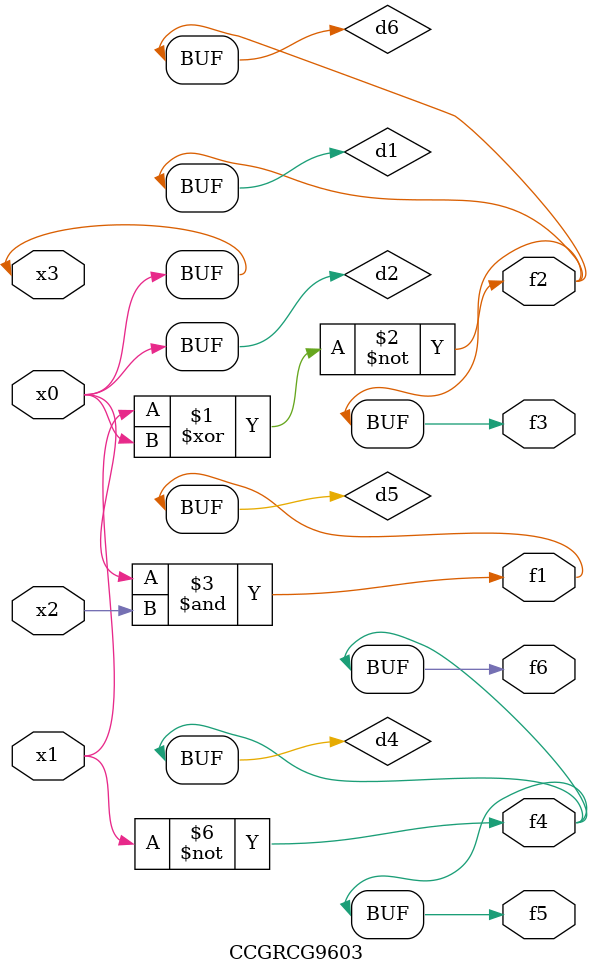
<source format=v>
module CCGRCG9603(
	input x0, x1, x2, x3,
	output f1, f2, f3, f4, f5, f6
);

	wire d1, d2, d3, d4, d5, d6;

	xnor (d1, x1, x3);
	buf (d2, x0, x3);
	nand (d3, x0, x2);
	not (d4, x1);
	nand (d5, d3);
	or (d6, d1);
	assign f1 = d5;
	assign f2 = d6;
	assign f3 = d6;
	assign f4 = d4;
	assign f5 = d4;
	assign f6 = d4;
endmodule

</source>
